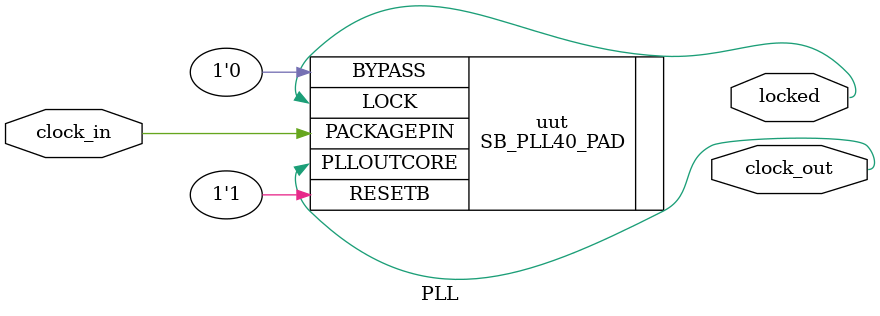
<source format=v>
/**
 * PLL configuration
 *
 * This Verilog module was generated automatically
 * using the icepll tool from the IceStorm project.
 * Use at your own risk.
 *
 * Given input frequency:        12.000 MHz
 * Requested output frequency:   25.175 MHz
 * Achieved output frequency:    25.125 MHz
 */

module PLL(
	input  wire clock_in,
	output wire clock_out,
	output wire locked
);
	SB_PLL40_PAD #(
		.FEEDBACK_PATH("SIMPLE"),
		.DIVR(4'b0000),		// DIVR =  0
		.DIVF(7'b1000010),	// DIVF = 66
		.DIVQ(3'b101),		// DIVQ =  5
		.FILTER_RANGE(3'b001)	// FILTER_RANGE = 1
	) uut (
		.LOCK(locked),
		.RESETB(1'b1),
		.BYPASS(1'b0),
		.PACKAGEPIN(clock_in),
		.PLLOUTCORE(clock_out)
	);
endmodule

</source>
